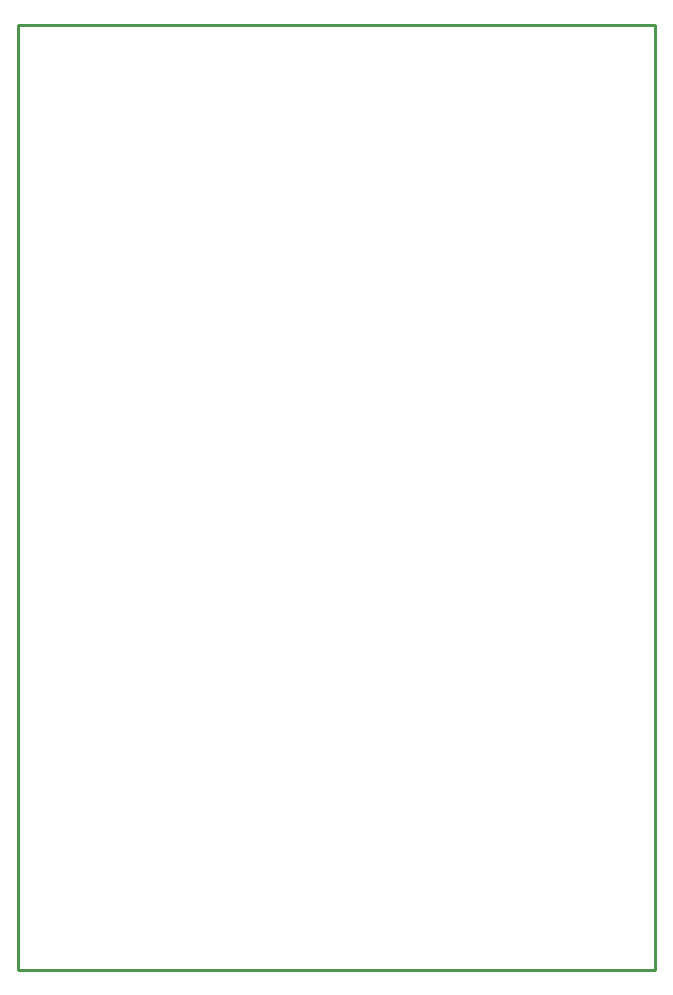
<source format=gbr>
G04 EAGLE Gerber RS-274X export*
G75*
%MOMM*%
%FSLAX34Y34*%
%LPD*%
%IN*%
%IPPOS*%
%AMOC8*
5,1,8,0,0,1.08239X$1,22.5*%
G01*
%ADD10C,0.254000*%


D10*
X0Y0D02*
X540000Y0D01*
X540000Y800000D01*
X0Y800000D01*
X0Y0D01*
M02*

</source>
